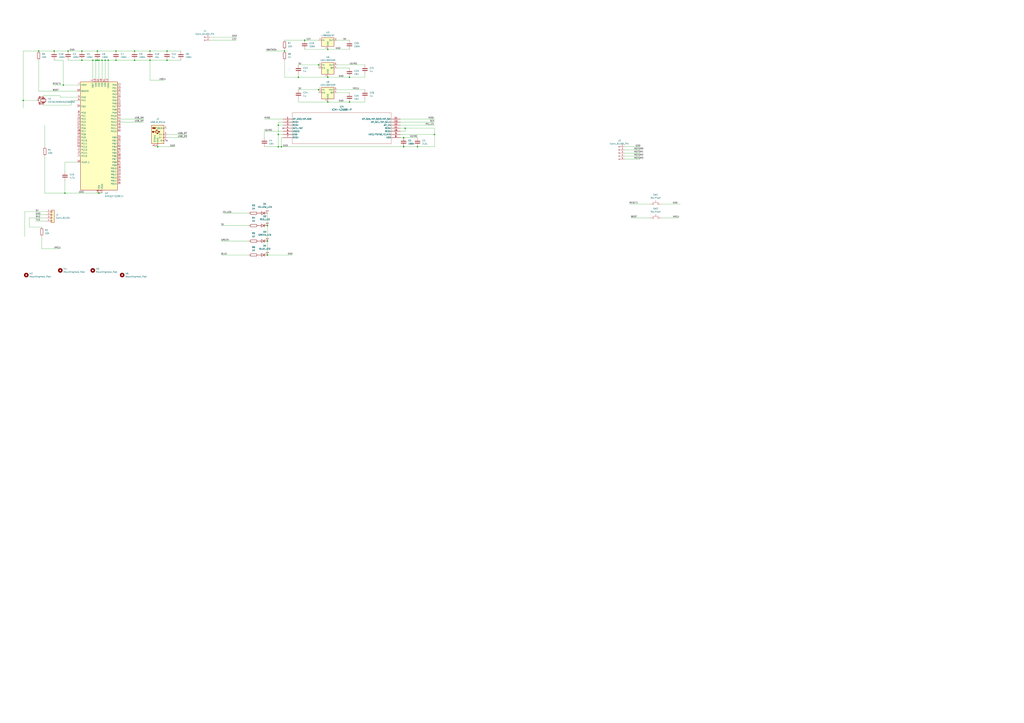
<source format=kicad_sch>
(kicad_sch (version 20231120) (generator "eeschema") (generator_version "8.0")
  (paper "A1")
  (lib_symbols
    (symbol "Conn_01x02_Pin_1" (pin_names (offset 1.016) hide)
      (property "Reference" "J4" (at 0.635 5.08 0))
      (property "Value" "Conn_01x02_Pin" (at 0.635 2.54 0))
      (symbol "Conn_01x02_Pin_1_1_1"
        (polyline (pts (xy 1.27 -2.54) (xy 0.8636 -2.54)) (stroke (width 0.1524)))
        (polyline (pts (xy 1.27 0) (xy 0.8636 0)) (stroke (width 0.1524)))
        (rectangle (start 0.8636 -2.413) (end 0 -2.667) (stroke (width 0.1524)) (fill (type outline)))
        (rectangle (start 0.8636 0.127) (end 0 -0.127) (stroke (width 0.1524)) (fill (type outline)))
        (pin power_out line (at 5.08 0 180) (length 3.81) (name "Pin_1") (number "1"))
        (pin power_out line (at 5.08 -2.54 180) (length 3.81) (name "Pin_2") (number "2"))
      )
    )
    (symbol "Connector:Conn_01x05_Pin" (pin_names (offset 1.016) hide)
      (property "Reference" "J" (at 0 7.62 0))
      (property "Value" "Conn_01x05_Pin" (at 0 -7.62 0))
      (symbol "Conn_01x05_Pin_1_1"
        (polyline (pts (xy 1.27 -5.08) (xy 0.8636 -5.08)) (stroke (width 0.1524)))
        (polyline (pts (xy 1.27 -2.54) (xy 0.8636 -2.54)) (stroke (width 0.1524)))
        (polyline (pts (xy 1.27 0) (xy 0.8636 0)) (stroke (width 0.1524)))
        (polyline (pts (xy 1.27 2.54) (xy 0.8636 2.54)) (stroke (width 0.1524)))
        (polyline (pts (xy 1.27 5.08) (xy 0.8636 5.08)) (stroke (width 0.1524)))
        (rectangle (start 0.8636 -4.953) (end 0 -5.207) (stroke (width 0.1524)) (fill (type outline)))
        (rectangle (start 0.8636 -2.413) (end 0 -2.667) (stroke (width 0.1524)) (fill (type outline)))
        (rectangle (start 0.8636 0.127) (end 0 -0.127) (stroke (width 0.1524)) (fill (type outline)))
        (rectangle (start 0.8636 2.667) (end 0 2.413) (stroke (width 0.1524)) (fill (type outline)))
        (rectangle (start 0.8636 5.207) (end 0 4.953) (stroke (width 0.1524)) (fill (type outline)))
        (pin passive line (at 5.08 5.08 180) (length 3.81) (name "Pin_1") (number "1"))
        (pin passive line (at 5.08 2.54 180) (length 3.81) (name "Pin_2") (number "2"))
        (pin passive line (at 5.08 0 180) (length 3.81) (name "Pin_3") (number "3"))
        (pin passive line (at 5.08 -2.54 180) (length 3.81) (name "Pin_4") (number "4"))
        (pin passive line (at 5.08 -5.08 180) (length 3.81) (name "Pin_5") (number "5"))
      )
    )
    (symbol "Connector:USB_B_Micro" (pin_names (offset 1.016))
      (property "Reference" "J" (at -5.08 11.43 0))
      (property "Value" "USB_B_Micro" (at -5.08 8.89 0))
      (symbol "USB_B_Micro_0_1"
        (rectangle (start -5.08 -7.62) (end 5.08 7.62) (stroke (width 0.254)) (fill (type background)))
        (circle (center -3.81 2.159) (radius 0.635) (stroke (width 0.254)) (fill (type outline)))
        (circle (center -0.635 3.429) (radius 0.381) (stroke (width 0.254)) (fill (type outline)))
        (rectangle (start -0.127 -7.62) (end 0.127 -6.858))
        (polyline (pts (xy -1.905 2.159) (xy 0.635 2.159)) (stroke (width 0.254)))
        (polyline (pts (xy -3.175 2.159) (xy -2.54 2.159) (xy -1.27 3.429) (xy -0.635 3.429)) (stroke (width 0.254)))
        (polyline (pts (xy -2.54 2.159) (xy -1.905 2.159) (xy -1.27 0.889) (xy 0 0.889)) (stroke (width 0.254)))
        (polyline (pts (xy 0.635 2.794) (xy 0.635 1.524) (xy 1.905 2.159) (xy 0.635 2.794)) (stroke (width 0.254)) (fill (type outline)))
        (polyline (pts (xy -4.318 5.588) (xy -1.778 5.588) (xy -2.032 4.826) (xy -4.064 4.826) (xy -4.318 5.588)) (fill (type outline)))
        (polyline (pts (xy -4.699 5.842) (xy -4.699 5.588) (xy -4.445 4.826) (xy -4.445 4.572) (xy -1.651 4.572) (xy -1.651 4.826) (xy -1.397 5.588) (xy -1.397 5.842) (xy -4.699 5.842)))
        (rectangle (start 0.254 1.27) (end -0.508 0.508) (stroke (width 0.254)) (fill (type outline)))
        (rectangle (start 5.08 -5.207) (end 4.318 -4.953))
        (rectangle (start 5.08 -2.667) (end 4.318 -2.413))
        (rectangle (start 5.08 -0.127) (end 4.318 0.127))
        (rectangle (start 5.08 4.953) (end 4.318 5.207))
      )
      (symbol "USB_B_Micro_1_1"
        (pin power_out line (at 7.62 5.08 180) (length 2.54) (name "VBUS") (number "1"))
        (pin bidirectional line (at 7.62 -2.54 180) (length 2.54) (name "D-") (number "2"))
        (pin bidirectional line (at 7.62 0 180) (length 2.54) (name "D+") (number "3"))
        (pin passive line (at 7.62 -5.08 180) (length 2.54) (name "ID") (number "4"))
        (pin power_out line (at 0 -10.16 90) (length 2.54) (name "GND") (number "5"))
        (pin passive line (at -2.54 -10.16 90) (length 2.54) (name "Shield") (number "6"))
      )
    )
    (symbol "Connector_Generic:Conn_01x04" (pin_names (offset 1.016) hide)
      (property "Reference" "J" (at 0 5.08 0))
      (property "Value" "Conn_01x04" (at 0 -7.62 0))
      (symbol "Conn_01x04_1_1"
        (rectangle (start -1.27 -4.953) (end 0 -5.207) (stroke (width 0.1524)))
        (rectangle (start -1.27 -2.413) (end 0 -2.667) (stroke (width 0.1524)))
        (rectangle (start -1.27 0.127) (end 0 -0.127) (stroke (width 0.1524)))
        (rectangle (start -1.27 2.667) (end 0 2.413) (stroke (width 0.1524)))
        (rectangle (start -1.27 3.81) (end 1.27 -6.35) (stroke (width 0.254)) (fill (type background)))
        (pin passive line (at -5.08 2.54 0) (length 3.81) (name "Pin_1") (number "1"))
        (pin passive line (at -5.08 0 0) (length 3.81) (name "Pin_2") (number "2"))
        (pin passive line (at -5.08 -2.54 0) (length 3.81) (name "Pin_3") (number "3"))
        (pin passive line (at -5.08 -5.08 0) (length 3.81) (name "Pin_4") (number "4"))
      )
    )
    (symbol "Device:C" (pin_numbers hide) (pin_names (offset 0.254))
      (property "Reference" "C" (at 0.635 2.54 0))
      (property "Value" "C" (at 0.635 -2.54 0))
      (symbol "C_0_1"
        (polyline (pts (xy -2.032 -0.762) (xy 2.032 -0.762)) (stroke (width 0.508)))
        (polyline (pts (xy -2.032 0.762) (xy 2.032 0.762)) (stroke (width 0.508)))
      )
      (symbol "C_1_1"
        (pin passive line (at 0 3.81 270) (length 2.794) (name "~") (number "1"))
        (pin passive line (at 0 -3.81 90) (length 2.794) (name "~") (number "2"))
      )
    )
    (symbol "Device:LED" (pin_numbers hide) (pin_names (offset 1.016) hide)
      (property "Reference" "D" (at 0 2.54 0))
      (property "Value" "LED" (at 0 -2.54 0))
      (symbol "LED_0_1"
        (polyline (pts (xy -1.27 -1.27) (xy -1.27 1.27)) (stroke (width 0.254)))
        (polyline (pts (xy -1.27 0) (xy 1.27 0)))
        (polyline (pts (xy 1.27 -1.27) (xy 1.27 1.27) (xy -1.27 0) (xy 1.27 -1.27)) (stroke (width 0.254)))
        (polyline (pts (xy -3.048 -0.762) (xy -4.572 -2.286) (xy -3.81 -2.286) (xy -4.572 -2.286) (xy -4.572 -1.524)))
        (polyline (pts (xy -1.778 -0.762) (xy -3.302 -2.286) (xy -2.54 -2.286) (xy -3.302 -2.286) (xy -3.302 -1.524)))
      )
      (symbol "LED_1_1"
        (pin passive line (at -3.81 0 0) (length 2.54) (name "K") (number "1"))
        (pin passive line (at 3.81 0 180) (length 2.54) (name "A") (number "2"))
      )
    )
    (symbol "Device:R" (pin_numbers hide) (pin_names (offset 0))
      (property "Reference" "R" (at 2.032 0 90))
      (property "Value" "R" (at 0 0 90))
      (symbol "R_0_1"
        (rectangle (start -1.016 -2.54) (end 1.016 2.54) (stroke (width 0.254)))
      )
      (symbol "R_1_1"
        (pin passive line (at 0 3.81 270) (length 1.27) (name "~") (number "1"))
        (pin passive line (at 0 -3.81 90) (length 1.27) (name "~") (number "2"))
      )
    )
    (symbol "Device:Resonator" (pin_names (offset 1.016) hide)
      (property "Reference" "Y" (at 0 5.715 0))
      (property "Value" "Resonator" (at 0 3.81 0))
      (symbol "Resonator_0_1"
        (rectangle (start -3.429 -3.175) (end -1.397 -3.429) (fill (type outline)))
        (rectangle (start -3.429 -2.413) (end -1.397 -2.667) (fill (type outline)))
        (circle (center -2.413 0) (radius 0.254) (fill (type outline)))
        (rectangle (start -1.016 2.032) (end 1.016 -2.032) (stroke (width 0.3048)))
        (circle (center 0 -3.81) (radius 0.254) (fill (type outline)))
        (polyline (pts (xy -2.413 -2.413) (xy -2.413 0)))
        (polyline (pts (xy -1.905 0) (xy -3.175 0)))
        (polyline (pts (xy -1.778 -1.27) (xy -1.778 1.27)) (stroke (width 0.508)))
        (polyline (pts (xy 1.778 -1.27) (xy 1.778 1.27)) (stroke (width 0.508)))
        (polyline (pts (xy 1.905 0) (xy 2.54 0)))
        (polyline (pts (xy 2.413 0) (xy 2.413 -2.54)))
        (polyline (pts (xy 2.413 -3.302) (xy 2.413 -3.81) (xy -2.413 -3.81) (xy -2.413 -3.302)))
        (rectangle (start 1.397 -3.175) (end 3.429 -3.429) (fill (type outline)))
        (rectangle (start 1.397 -2.413) (end 3.429 -2.667) (fill (type outline)))
        (circle (center 2.413 0) (radius 0.254) (fill (type outline)))
      )
      (symbol "Resonator_1_1"
        (pin passive line (at -3.81 0 0) (length 1.27) (name "1") (number "1"))
        (pin passive line (at 0 -5.08 90) (length 1.27) (name "2") (number "2"))
        (pin passive line (at 3.81 0 180) (length 1.27) (name "3") (number "3"))
      )
    )
    (symbol "ICM42688P:ICM-42688-P" (pin_names (offset 0.254))
      (property "Reference" "U4" (at 48.26 10.16 0))
      (property "Value" "ICM-42688-P" (at 48.26 7.62 0))
      (symbol "ICM-42688-P_0_1"
        (polyline (pts (xy 7.62 -20.32) (xy 88.9 -20.32)) (stroke (width 0.127)))
        (polyline (pts (xy 7.62 5.08) (xy 7.62 -20.32)) (stroke (width 0.127)))
        (polyline (pts (xy 88.9 -20.32) (xy 88.9 5.08)) (stroke (width 0.127)))
        (polyline (pts (xy 88.9 5.08) (xy 7.62 5.08)) (stroke (width 0.127)))
        (pin bidirectional line (at 0 -7.62 0) (length 7.62) (name "INT1/INT") (number "4"))
        (pin power_in line (at 0 -10.16 0) (length 7.62) (name "VDDIO") (number "5"))
        (pin power_in line (at 96.52 -15.24 180) (length 7.62) (name "VDD") (number "8"))
        (pin bidirectional line (at 96.52 -12.7 180) (length 7.62) (name "INT2/FSYNC/CLKIN") (number "9"))
      )
      (symbol "ICM-42688-P_1_1"
        (pin output line (at 0 0 0) (length 7.62) (name "AP_SDO/AP_AD0") (number "1"))
        (pin power_in line (at 96.52 -10.16 180) (length 7.62) (name "RESV") (number "10"))
        (pin power_in line (at 96.52 -7.62 180) (length 7.62) (name "RESV") (number "11"))
        (pin input line (at 96.52 -5.08 180) (length 7.62) (name "AP_CS") (number "12"))
        (pin output line (at 96.52 -2.54 180) (length 7.62) (name "AP_SCL/AP_SCLK") (number "13"))
        (pin input line (at 96.52 0 180) (length 7.62) (name "AP_SDA/AP_SDIO/AP_SDI") (number "14"))
        (pin power_in line (at 0 -2.54 0) (length 7.62) (name "RESV") (number "2"))
        (pin power_in line (at 0 -5.08 0) (length 7.62) (name "RESV") (number "3"))
        (pin power_in line (at 0 -12.7 0) (length 7.62) (name "GND") (number "6"))
        (pin power_in line (at 0 -15.24 0) (length 7.62) (name "RESV") (number "7"))
      )
    )
    (symbol "MCU_ST_STM32F7:STM32F722RETx"
      (property "Reference" "U" (at -15.24 46.99 0))
      (property "Value" "STM32F722RETx" (at 10.16 46.99 0))
      (symbol "STM32F722RETx_0_1"
        (rectangle (start -15.24 -43.18) (end 15.24 45.72) (stroke (width 0.254)) (fill (type background)))
      )
      (symbol "STM32F722RETx_1_1"
        (pin power_in line (at -5.08 48.26 270) (length 2.54) (name "VBAT") (number "1"))
        (pin bidirectional line (at -17.78 15.24 0) (length 2.54) (name "PC2") (number "10"))
        (pin bidirectional line (at -17.78 12.7 0) (length 2.54) (name "PC3") (number "11"))
        (pin power_in line (at 2.54 -45.72 90) (length 2.54) (name "VSSA") (number "12"))
        (pin power_in line (at 7.62 48.26 270) (length 2.54) (name "VDDA") (number "13"))
        (pin bidirectional line (at 17.78 43.18 180) (length 2.54) (name "PA0") (number "14"))
        (pin bidirectional line (at 17.78 40.64 180) (length 2.54) (name "PA1") (number "15"))
        (pin bidirectional line (at 17.78 38.1 180) (length 2.54) (name "PA2") (number "16"))
        (pin bidirectional line (at 17.78 35.56 180) (length 2.54) (name "PA3") (number "17"))
        (pin power_in line (at 0 -45.72 90) (length 2.54) (name "VSS") (number "18"))
        (pin power_in line (at -2.54 48.26 270) (length 2.54) (name "VDD") (number "19"))
        (pin bidirectional line (at -17.78 -10.16 0) (length 2.54) (name "PC13") (number "2"))
        (pin bidirectional line (at 17.78 33.02 180) (length 2.54) (name "PA4") (number "20"))
        (pin bidirectional line (at 17.78 30.48 180) (length 2.54) (name "PA5") (number "21"))
        (pin bidirectional line (at 17.78 27.94 180) (length 2.54) (name "PA6") (number "22"))
        (pin bidirectional line (at 17.78 25.4 180) (length 2.54) (name "PA7") (number "23"))
        (pin bidirectional line (at -17.78 10.16 0) (length 2.54) (name "PC4") (number "24"))
        (pin bidirectional line (at 17.78 0 180) (length 2.54) (name "PB0") (number "25"))
        (pin bidirectional line (at 17.78 -2.54 180) (length 2.54) (name "PB1") (number "26"))
        (pin bidirectional line (at 17.78 -5.08 180) (length 2.54) (name "PB2") (number "27"))
        (pin bidirectional line (at 17.78 -25.4 180) (length 2.54) (name "PB10") (number "28"))
        (pin bidirectional line (at 17.78 -27.94 180) (length 2.54) (name "PB11") (number "29"))
        (pin bidirectional line (at -17.78 -12.7 0) (length 2.54) (name "PC14") (number "3"))
        (pin power_out line (at -17.78 -20.32 0) (length 2.54) (name "VCAP_1") (number "30"))
        (pin passive line (at 0 -45.72 90) (length 2.54) hide (name "VSS") (number "31"))
        (pin power_in line (at 0 48.26 270) (length 2.54) (name "VDD") (number "32"))
        (pin bidirectional line (at 17.78 -30.48 180) (length 2.54) (name "PB12") (number "33"))
        (pin bidirectional line (at 17.78 -33.02 180) (length 2.54) (name "PB13") (number "34"))
        (pin bidirectional line (at 17.78 -35.56 180) (length 2.54) (name "PB14") (number "35"))
        (pin bidirectional line (at 17.78 -38.1 180) (length 2.54) (name "PB15") (number "36"))
        (pin bidirectional line (at -17.78 7.62 0) (length 2.54) (name "PC6") (number "37"))
        (pin bidirectional line (at -17.78 5.08 0) (length 2.54) (name "PC7") (number "38"))
        (pin bidirectional line (at -17.78 2.54 0) (length 2.54) (name "PC8") (number "39"))
        (pin bidirectional line (at -17.78 -15.24 0) (length 2.54) (name "PC15") (number "4"))
        (pin bidirectional line (at -17.78 0 0) (length 2.54) (name "PC9") (number "40"))
        (pin bidirectional line (at 17.78 22.86 180) (length 2.54) (name "PA8") (number "41"))
        (pin bidirectional line (at 17.78 20.32 180) (length 2.54) (name "PA9") (number "42"))
        (pin bidirectional line (at 17.78 17.78 180) (length 2.54) (name "PA10") (number "43"))
        (pin bidirectional line (at 17.78 15.24 180) (length 2.54) (name "PA11") (number "44"))
        (pin bidirectional line (at 17.78 12.7 180) (length 2.54) (name "PA12") (number "45"))
        (pin bidirectional line (at 17.78 10.16 180) (length 2.54) (name "PA13") (number "46"))
        (pin passive line (at 0 -45.72 90) (length 2.54) hide (name "VSS") (number "47"))
        (pin power_in line (at 2.54 48.26 270) (length 2.54) (name "VDD") (number "48"))
        (pin bidirectional line (at 17.78 7.62 180) (length 2.54) (name "PA14") (number "49"))
        (pin bidirectional line (at -17.78 33.02 0) (length 2.54) (name "PH0") (number "5"))
        (pin bidirectional line (at 17.78 5.08 180) (length 2.54) (name "PA15") (number "50"))
        (pin bidirectional line (at -17.78 -2.54 0) (length 2.54) (name "PC10") (number "51"))
        (pin bidirectional line (at -17.78 -5.08 0) (length 2.54) (name "PC11") (number "52"))
        (pin bidirectional line (at -17.78 -7.62 0) (length 2.54) (name "PC12") (number "53"))
        (pin bidirectional line (at -17.78 25.4 0) (length 2.54) (name "PD2") (number "54"))
        (pin bidirectional line (at 17.78 -7.62 180) (length 2.54) (name "PB3") (number "55"))
        (pin bidirectional line (at 17.78 -10.16 180) (length 2.54) (name "PB4") (number "56"))
        (pin bidirectional line (at 17.78 -12.7 180) (length 2.54) (name "PB5") (number "57"))
        (pin bidirectional line (at 17.78 -15.24 180) (length 2.54) (name "PB6") (number "58"))
        (pin bidirectional line (at 17.78 -17.78 180) (length 2.54) (name "PB7") (number "59"))
        (pin bidirectional line (at -17.78 30.48 0) (length 2.54) (name "PH1") (number "6"))
        (pin input line (at -17.78 38.1 0) (length 2.54) (name "BOOT0") (number "60"))
        (pin bidirectional line (at 17.78 -20.32 180) (length 2.54) (name "PB8") (number "61"))
        (pin bidirectional line (at 17.78 -22.86 180) (length 2.54) (name "PB9") (number "62"))
        (pin passive line (at 0 -45.72 90) (length 2.54) hide (name "VSS") (number "63"))
        (pin power_in line (at 5.08 48.26 270) (length 2.54) (name "VDD") (number "64"))
        (pin input line (at -17.78 43.18 0) (length 2.54) (name "NRST") (number "7"))
        (pin bidirectional line (at -17.78 20.32 0) (length 2.54) (name "PC0") (number "8"))
        (pin bidirectional line (at -17.78 17.78 0) (length 2.54) (name "PC1") (number "9"))
      )
    )
    (symbol "Mechanical:MountingHole" (pin_names (offset 1.016)) (exclude_from_sim yes) (in_bom no)
      (property "Reference" "H" (at 0 5.08 0))
      (property "Value" "MountingHole" (at 0 3.175 0))
      (symbol "MountingHole_0_1"
        (circle (center 0 0) (radius 1.27) (stroke (width 1.27)))
      )
    )
    (symbol "Regulator_Linear:L7805" (pin_names (offset 0.254))
      (property "Reference" "U" (at -3.81 3.175 0))
      (property "Value" "L7805" (at 0 3.175 0))
      (symbol "L7805_0_1"
        (rectangle (start -5.08 1.905) (end 5.08 -5.08) (stroke (width 0.254)) (fill (type background)))
      )
      (symbol "L7805_1_1"
        (pin power_in line (at -7.62 0 0) (length 2.54) (name "IN") (number "1"))
        (pin power_in line (at 0 -7.62 90) (length 2.54) (name "GND") (number "2"))
        (pin power_out line (at 7.62 0 180) (length 2.54) (name "OUT") (number "3"))
      )
    )
    (symbol "Regulator_Linear:LDK130-33_SOT23_SOT353" (pin_names (offset 0.254))
      (property "Reference" "U" (at -3.81 5.715 0))
      (property "Value" "LDK130-33_SOT23_SOT353" (at 0 5.715 0))
      (symbol "LDK130-33_SOT23_SOT353_0_1"
        (rectangle (start -5.08 4.445) (end 5.08 -5.08) (stroke (width 0.254)) (fill (type background)))
      )
      (symbol "LDK130-33_SOT23_SOT353_1_1"
        (pin power_in line (at -7.62 2.54 0) (length 2.54) (name "IN") (number "1"))
        (pin power_in line (at 0 -7.62 90) (length 2.54) (name "GND") (number "2"))
        (pin input line (at -7.62 0 0) (length 2.54) (name "EN") (number "3"))
        (pin passive line (at 7.62 0 180) (length 2.54) (name "BP") (number "4"))
        (pin power_out line (at 7.62 2.54 180) (length 2.54) (name "OUT") (number "5"))
      )
    )
    (symbol "Switch:SW_Push" (pin_numbers hide) (pin_names (offset 1.016) hide)
      (property "Reference" "SW" (at 1.27 2.54 0))
      (property "Value" "SW_Push" (at 0 -1.524 0))
      (symbol "SW_Push_0_1"
        (circle (center -2.032 0) (radius 0.508))
        (polyline (pts (xy 0 1.27) (xy 0 3.048)))
        (polyline (pts (xy 2.54 1.27) (xy -2.54 1.27)))
        (circle (center 2.032 0) (radius 0.508))
        (pin passive line (at -5.08 0 0) (length 2.54) (name "1") (number "1"))
        (pin passive line (at 5.08 0 180) (length 2.54) (name "2") (number "2"))
      )
    )
  )
  (junction (at 228.6 120.65))
  (junction (at 332.74 105.41))
  (junction (at 110.49 49.53))
  (junction (at 19.05 82.55))
  (junction (at 245.11 63.5))
  (junction (at 137.16 41.91))
  (junction (at 67.31 49.53))
  (junction (at 228.6 102.87))
  (junction (at 261.62 73.66))
  (junction (at 95.25 41.91))
  (junction (at 287.02 83.82))
  (junction (at 219.71 198.12))
  (junction (at 123.19 49.53))
  (junction (at 55.88 41.91))
  (junction (at 342.9 120.65))
  (junction (at 67.31 41.91))
  (junction (at 78.74 49.53))
  (junction (at 95.25 49.53))
  (junction (at 80.01 41.91))
  (junction (at 250.19 33.02))
  (junction (at 123.19 41.91))
  (junction (at 356.87 110.49))
  (junction (at 228.6 110.49))
  (junction (at 31.75 41.91))
  (junction (at 81.28 158.75))
  (junction (at 269.24 40.64))
  (junction (at 53.34 158.75))
  (junction (at 219.71 209.55))
  (junction (at 269.24 63.5))
  (junction (at 331.47 113.03))
  (junction (at 110.49 41.91))
  (junction (at 83.82 49.53))
  (junction (at 52.07 69.85))
  (junction (at 231.14 120.65))
  (junction (at 88.9 49.53))
  (junction (at 287.02 63.5))
  (junction (at 129.54 120.65))
  (junction (at 233.68 41.91))
  (junction (at 137.16 49.53))
  (junction (at 331.47 120.65))
  (junction (at 86.36 49.53))
  (junction (at 81.28 49.53))
  (junction (at 261.62 53.34))
  (junction (at 80.01 49.53))
  (junction (at 76.2 49.53))
  (junction (at 219.71 185.42))
  (junction (at 44.45 41.91))
  (junction (at 269.24 83.82))
  (no_connect (at 232.41 105.41))
  (no_connect (at 137.16 115.57))
  (wire (pts (xy 219.71 198.12) (xy 219.71 209.55)))
  (wire (pts (xy 228.6 102.87) (xy 232.41 102.87)))
  (wire (pts (xy 24.13 186.69) (xy 24.13 179.07)))
  (wire (pts (xy 31.75 74.93) (xy 31.75 49.53)))
  (wire (pts (xy 217.17 107.95) (xy 217.17 113.03)))
  (wire (pts (xy 35.56 86.36) (xy 58.42 86.36)))
  (wire (pts (xy 20.32 194.31) (xy 20.32 173.99)))
  (wire (pts (xy 228.6 110.49) (xy 228.6 120.65)))
  (wire (pts (xy 331.47 113.03) (xy 342.9 113.03)))
  (wire (pts (xy 356.87 110.49) (xy 356.87 120.65)))
  (wire (pts (xy 228.6 110.49) (xy 228.6 102.87)))
  (wire (pts (xy 123.19 49.53) (xy 137.16 49.53)))
  (wire (pts (xy 63.5 133.35) (xy 53.34 133.35)))
  (wire (pts (xy 55.88 49.53) (xy 67.31 49.53)))
  (wire (pts (xy 356.87 120.65) (xy 342.9 120.65)))
  (wire (pts (xy 78.74 49.53) (xy 80.01 49.53)))
  (wire (pts (xy 287.02 83.82) (xy 299.72 83.82)))
  (wire (pts (xy 276.86 73.66) (xy 299.72 73.66)))
  (wire (pts (xy 261.62 53.34) (xy 261.62 55.88)))
  (wire (pts (xy 513.08 130.81) (xy 525.78 130.81)))
  (wire (pts (xy 513.08 125.73) (xy 525.78 125.73)))
  (wire (pts (xy 44.45 41.91) (xy 55.88 41.91)))
  (wire (pts (xy 137.16 41.91) (xy 148.59 41.91)))
  (wire (pts (xy 67.31 49.53) (xy 76.2 49.53)))
  (wire (pts (xy 250.19 40.64) (xy 269.24 40.64)))
  (wire (pts (xy 181.61 185.42) (xy 204.47 185.42)))
  (wire (pts (xy 513.08 128.27) (xy 525.78 128.27)))
  (wire (pts (xy 232.41 110.49) (xy 228.6 110.49)))
  (wire (pts (xy 276.86 33.02) (xy 287.02 33.02)))
  (wire (pts (xy 95.25 41.91) (xy 110.49 41.91)))
  (wire (pts (xy 332.74 105.41) (xy 356.87 105.41)))
  (wire (pts (xy 110.49 41.91) (xy 123.19 41.91)))
  (wire (pts (xy 276.86 53.34) (xy 299.72 53.34)))
  (wire (pts (xy 19.05 41.91) (xy 31.75 41.91)))
  (wire (pts (xy 80.01 41.91) (xy 95.25 41.91)))
  (wire (pts (xy 233.68 49.53) (xy 233.68 63.5)))
  (wire (pts (xy 19.05 41.91) (xy 19.05 82.55)))
  (wire (pts (xy 232.41 100.33) (xy 228.6 100.33)))
  (wire (pts (xy 67.31 41.91) (xy 80.01 41.91)))
  (wire (pts (xy 34.29 186.69) (xy 24.13 186.69)))
  (wire (pts (xy 328.93 97.79) (xy 356.87 97.79)))
  (wire (pts (xy 137.16 113.03) (xy 153.67 113.03)))
  (wire (pts (xy 36.83 128.27) (xy 36.83 158.75)))
  (wire (pts (xy 49.53 78.74) (xy 49.53 80.01)))
  (wire (pts (xy 245.11 53.34) (xy 261.62 53.34)))
  (wire (pts (xy 328.93 102.87) (xy 356.87 102.87)))
  (wire (pts (xy 516.89 167.64) (xy 533.4 167.64)))
  (wire (pts (xy 172.72 33.02) (xy 194.31 33.02)))
  (wire (pts (xy 513.08 123.19) (xy 525.78 123.19)))
  (wire (pts (xy 43.18 69.85) (xy 52.07 69.85)))
  (wire (pts (xy 172.72 30.48) (xy 194.31 30.48)))
  (wire (pts (xy 328.93 100.33) (xy 356.87 100.33)))
  (wire (pts (xy 83.82 49.53) (xy 86.36 49.53)))
  (wire (pts (xy 55.88 41.91) (xy 67.31 41.91)))
  (wire (pts (xy 63.5 80.01) (xy 49.53 80.01)))
  (wire (pts (xy 29.21 176.53) (xy 38.1 176.53)))
  (wire (pts (xy 219.71 175.26) (xy 219.71 185.42)))
  (wire (pts (xy 49.53 78.74) (xy 35.56 78.74)))
  (wire (pts (xy 20.32 173.99) (xy 38.1 173.99)))
  (wire (pts (xy 245.11 63.5) (xy 269.24 63.5)))
  (wire (pts (xy 36.83 158.75) (xy 53.34 158.75)))
  (wire (pts (xy 233.68 33.02) (xy 250.19 33.02)))
  (wire (pts (xy 233.68 63.5) (xy 245.11 63.5)))
  (wire (pts (xy 31.75 41.91) (xy 44.45 41.91)))
  (wire (pts (xy 137.16 110.49) (xy 153.67 110.49)))
  (wire (pts (xy 299.72 63.5) (xy 299.72 60.96)))
  (wire (pts (xy 217.17 97.79) (xy 232.41 97.79)))
  (wire (pts (xy 76.2 49.53) (xy 76.2 64.77)))
  (wire (pts (xy 31.75 74.93) (xy 63.5 74.93)))
  (wire (pts (xy 250.19 33.02) (xy 261.62 33.02)))
  (wire (pts (xy 217.17 120.65) (xy 228.6 120.65)))
  (wire (pts (xy 88.9 49.53) (xy 95.25 49.53)))
  (wire (pts (xy 218.44 41.91) (xy 233.68 41.91)))
  (wire (pts (xy 123.19 41.91) (xy 137.16 41.91)))
  (wire (pts (xy 129.54 120.65) (xy 143.51 120.65)))
  (wire (pts (xy 543.56 167.64) (xy 558.8 167.64)))
  (wire (pts (xy 261.62 73.66) (xy 261.62 76.2)))
  (wire (pts (xy 231.14 113.03) (xy 231.14 120.65)))
  (wire (pts (xy 86.36 64.77) (xy 86.36 49.53)))
  (wire (pts (xy 34.29 194.31) (xy 34.29 204.47)))
  (wire (pts (xy 219.71 209.55) (xy 240.03 209.55)))
  (wire (pts (xy 86.36 49.53) (xy 88.9 49.53)))
  (wire (pts (xy 518.16 179.07) (xy 533.4 179.07)))
  (wire (pts (xy 245.11 83.82) (xy 269.24 83.82)))
  (wire (pts (xy 543.56 179.07) (xy 557.53 179.07)))
  (wire (pts (xy 328.93 110.49) (xy 356.87 110.49)))
  (wire (pts (xy 127 120.65) (xy 129.54 120.65)))
  (wire (pts (xy 328.93 107.95) (xy 332.74 107.95)))
  (wire (pts (xy 233.68 40.64) (xy 233.68 41.91)))
  (wire (pts (xy 81.28 158.75) (xy 83.82 158.75)))
  (wire (pts (xy 231.14 120.65) (xy 331.47 120.65)))
  (wire (pts (xy 228.6 100.33) (xy 228.6 102.87)))
  (wire (pts (xy 58.42 82.55) (xy 63.5 82.55)))
  (wire (pts (xy 232.41 107.95) (xy 217.17 107.95)))
  (wire (pts (xy 44.45 49.53) (xy 52.07 49.53)))
  (wire (pts (xy 245.11 73.66) (xy 261.62 73.66)))
  (wire (pts (xy 29.21 181.61) (xy 38.1 181.61)))
  (wire (pts (xy 88.9 49.53) (xy 88.9 64.77)))
  (wire (pts (xy 83.82 49.53) (xy 83.82 64.77)))
  (wire (pts (xy 78.74 49.53) (xy 78.74 64.77)))
  (wire (pts (xy 123.19 66.04) (xy 134.62 66.04)))
  (wire (pts (xy 19.05 82.55) (xy 30.48 82.55)))
  (wire (pts (xy 269.24 83.82) (xy 287.02 83.82)))
  (wire (pts (xy 110.49 49.53) (xy 123.19 49.53)))
  (wire (pts (xy 299.72 83.82) (xy 299.72 81.28)))
  (wire (pts (xy 181.61 198.12) (xy 204.47 198.12)))
  (wire (pts (xy 58.42 86.36) (xy 58.42 82.55)))
  (wire (pts (xy 276.86 55.88) (xy 287.02 55.88)))
  (wire (pts (xy 53.34 158.75) (xy 81.28 158.75)))
  (wire (pts (xy 24.13 179.07) (xy 38.1 179.07)))
  (wire (pts (xy 181.61 209.55) (xy 204.47 209.55)))
  (wire (pts (xy 269.24 40.64) (xy 287.02 40.64)))
  (wire (pts (xy 219.71 185.42) (xy 219.71 198.12)))
  (wire (pts (xy 80.01 49.53) (xy 81.28 49.53)))
  (wire (pts (xy 19.05 82.55) (xy 19.05 88.9)))
  (wire (pts (xy 232.41 113.03) (xy 231.14 113.03)))
  (wire (pts (xy 81.28 49.53) (xy 83.82 49.53)))
  (wire (pts (xy 269.24 63.5) (xy 287.02 63.5)))
  (wire (pts (xy 99.06 97.79) (xy 118.11 97.79)))
  (wire (pts (xy 332.74 107.95) (xy 332.74 105.41)))
  (wire (pts (xy 276.86 76.2) (xy 287.02 76.2)))
  (wire (pts (xy 95.25 49.53) (xy 110.49 49.53)))
  (wire (pts (xy 76.2 49.53) (xy 78.74 49.53)))
  (wire (pts (xy 99.06 100.33) (xy 118.11 100.33)))
  (wire (pts (xy 34.29 204.47) (xy 49.53 204.47)))
  (wire (pts (xy 328.93 105.41) (xy 332.74 105.41)))
  (wire (pts (xy 53.34 133.35) (xy 53.34 140.97)))
  (wire (pts (xy 137.16 49.53) (xy 148.59 49.53)))
  (wire (pts (xy 245.11 60.96) (xy 245.11 63.5)))
  (wire (pts (xy 52.07 49.53) (xy 52.07 69.85)))
  (wire (pts (xy 182.88 175.26) (xy 204.47 175.26)))
  (wire (pts (xy 331.47 120.65) (xy 342.9 120.65)))
  (wire (pts (xy 287.02 63.5) (xy 299.72 63.5)))
  (wire (pts (xy 123.19 49.53) (xy 123.19 66.04)))
  (wire (pts (xy 328.93 113.03) (xy 331.47 113.03)))
  (wire (pts (xy 356.87 105.41) (xy 356.87 110.49)))
  (wire (pts (xy 81.28 64.77) (xy 81.28 49.53)))
  (wire (pts (xy 513.08 120.65) (xy 525.78 120.65)))
  (wire (pts (xy 53.34 148.59) (xy 53.34 158.75)))
  (wire (pts (xy 36.83 120.65) (xy 36.83 102.87)))
  (wire (pts (xy 228.6 120.65) (xy 231.14 120.65)))
  (wire (pts (xy 245.11 81.28) (xy 245.11 83.82)))
  (wire (pts (xy 52.07 69.85) (xy 63.5 69.85)))
  (label "MOTOR1" (at 520.7 125.73 0))
  (label "TX3" (at 29.21 181.61 0))
  (label "GND" (at 232.41 120.65 0))
  (label "VBATMON" (at 218.44 41.91 0))
  (label "5V" (at 245.11 53.34 0))
  (label "BLUE" (at 181.61 209.55 0))
  (label "MOTOR0" (at 520.7 123.19 0))
  (label "GND" (at 139.7 120.65 0))
  (label "GND" (at 190.5 30.48 0))
  (label "BOOT" (at 43.18 74.93 0))
  (label "VGYRO" (at 336.55 113.03 0))
  (label "USB_DM" (at 146.05 113.03 0))
  (label "VGYRO" (at 217.17 107.95 0))
  (label "GND" (at 278.13 63.5 0))
  (label "VGYRO" (at 287.02 53.34 0))
  (label "VMCU" (at 289.56 73.66 0))
  (label "VMCU" (at 44.45 204.47 0))
  (label "RESET1" (at 516.89 167.64 0))
  (label "12V" (at 190.5 33.02 0))
  (label "RESET1" (at 43.18 69.85 0))
  (label "12V" (at 251.46 33.02 0))
  (label "VMCU" (at 552.45 179.07 0))
  (label "GREEN" (at 181.61 198.12 0))
  (label "BOOT" (at 518.16 179.07 0))
  (label "GND" (at 552.45 167.64 0))
  (label "MOTOR3" (at 520.7 130.81 0))
  (label "GND" (at 29.21 176.53 0))
  (label "USB_DM" (at 110.49 97.79 0))
  (label "YELLOW" (at 182.88 175.26 0))
  (label "MOTOR2" (at 520.7 128.27 0))
  (label "5V" (at 181.61 185.42 0))
  (label "USB_DP" (at 146.05 110.49 0))
  (label "GND" (at 236.22 209.55 0))
  (label "USB_DP" (at 110.49 100.33 0))
  (label "MISO" (at 217.17 97.79 0))
  (label "MOSI" (at 351.79 97.79 0))
  (label "5V" (at 281.94 33.02 0))
  (label "GND" (at 521.97 120.65 0))
  (label "GND" (at 64.77 158.75 0))
  (label "5V" (at 245.11 73.66 0))
  (label "SCK" (at 353.06 100.33 0))
  (label "GND" (at 278.13 83.82 0))
  (label "GND" (at 57.15 41.91 0))
  (label "VMCU" (at 130.81 66.04 0))
  (label "5V" (at 29.21 173.99 0))
  (label "IMU_CS" (at 349.25 102.87 0))
  (label "RX3" (at 29.21 179.07 0))
  (label "GND" (at 275.59 40.64 0))
  (symbol (lib_id "Mechanical:MountingHole") (at 49.53 222.25 0) (unit 1) (exclude_from_sim yes) (in_bom no)
    (property "Reference" "H4" (at 52.07 220.9799 0) (effects (justify left)))
    (property "Value" "MountingHole_Pad" (at 52.07 223.5199 0) (effects (justify left)))
    (property "Footprint" "MountingHole:MountingHole_4.3mm_M4_DIN965" (effects (hide yes)))
    (property "Description" "Mounting Hole without connection" (effects (hide yes)))
  )
  (symbol (lib_id "Device:LED") (at 215.9 175.26 180) (unit 1)
    (property "Reference" "D1" (at 217.4875 167.64 0))
    (property "Value" "YELLOW_LED" (at 217.4875 170.18 0))
    (property "Footprint" "LED_SMD:LED_0603_1608Metric" (effects (hide yes)))
  )
  (symbol (lib_id "Device:C") (at 331.47 116.84 180) (unit 1)
    (property "Reference" "C1" (at 335.28 115.5699 0) (effects (justify right)))
    (property "Value" "100n" (at 335.28 118.1099 0) (effects (justify right)))
    (property "Footprint" "Capacitor_SMD:C_0603_1608Metric" (effects (hide yes)))
  )
  (symbol (lib_id "Device:C") (at 245.11 57.15 0) (unit 1)
    (property "Reference" "C22" (at 248.92 55.8799 0) (effects (justify left)))
    (property "Value" "1u" (at 248.92 58.4199 0) (effects (justify left)))
    (property "Footprint" "Capacitor_SMD:C_0805_2012Metric" (effects (hide yes)))
  )
  (symbol (lib_id "Connector:Conn_01x05_Pin") (at 508 125.73 0) (unit 1)
    (property "Reference" "J3" (at 508.635 115.57 0))
    (property "Value" "Conn_01x05_Pin" (at 508.635 118.11 0))
    (property "Footprint" "Connector_PinHeader_1.27mm:PinHeader_1x05_P1.27mm_Vertical" (effects (hide yes)))
    (property "Description" "Generic connector, single row, 01x05, script generated" (effects (hide yes)))
  )
  (symbol (lib_id "Regulator_Linear:LDK130-33_SOT23_SOT353") (at 269.24 76.2 0) (unit 1)
    (property "Reference" "U6" (at 269.24 67.31 0))
    (property "Value" "LDK130M33R" (at 269.24 69.85 0))
    (property "Footprint" "Package_TO_SOT_SMD:SOT-23-5" (effects (hide yes)))
    (property "Datasheet" "http://www.st.com/content/ccc/resource/technical/document/datasheet/29/10/f7/87/2f/66/47/f4/DM00076097.pdf/files/DM00076097.pdf/jcr:content/translations/en.DM00076097.pdf" (effects (hide yes)))
    (property "Description" "300mA low dropout linear regulator, low quiescent current very, low noise, shutdown pin, 3.3V fixed positive output, SOT-23-5/SOT-353-5/SC-70-5" (effects (hide yes)))
  )
  (symbol (lib_id "Regulator_Linear:L7805") (at 269.24 33.02 0) (unit 1)
    (property "Reference" "U3" (at 269.24 26.67 0))
    (property "Value" "L78M05CDT" (at 269.24 29.21 0))
    (property "Footprint" "Package_TO_SOT_SMD:TO-252-2" (effects (hide yes)))
    (property "Datasheet" "http://www.st.com/content/ccc/resource/technical/document/datasheet/41/4f/b3/b0/12/d4/47/88/CD00000444.pdf/files/CD00000444.pdf/jcr:content/translations/en.CD00000444.pdf" (effects (hide yes)))
    (property "Description" "Positive 1.5A 35V Linear Regulator, Fixed Output 5V, TO-220/TO-263/TO-252" (effects (hide yes)))
  )
  (symbol (lib_id "Device:C") (at 287.02 59.69 180) (unit 1)
    (property "Reference" "C23" (at 290.83 58.4199 0) (effects (justify right)))
    (property "Value" "10n" (at 290.83 60.9599 0) (effects (justify right)))
    (property "Footprint" "Capacitor_SMD:C_0603_1608Metric" (effects (hide yes)))
  )
  (symbol (lib_id "Device:LED") (at 215.9 185.42 180) (unit 1)
    (property "Reference" "D2" (at 217.4875 177.8 0))
    (property "Value" "RED_LED" (at 217.4875 180.34 0))
    (property "Footprint" "LED_SMD:LED_0603_1608Metric" (effects (hide yes)))
  )
  (symbol (lib_id "Device:C") (at 67.31 45.72 180) (unit 1)
    (property "Reference" "C5" (at 71.12 44.4499 0) (effects (justify right)))
    (property "Value" "100n" (at 71.12 46.9899 0) (effects (justify right)))
    (property "Footprint" "Capacitor_SMD:C_0402_1005Metric" (effects (hide yes)))
  )
  (symbol (lib_id "Switch:SW_Push") (at 538.48 179.07 0) (unit 1)
    (property "Reference" "SW2" (at 538.48 171.45 0))
    (property "Value" "SW_Push" (at 538.48 173.99 0))
    (property "Footprint" "Button_Switch_THT:SW_PUSH_1P1T_6x3.5mm_H4.3_APEM_MJTP1243" (effects (hide yes)))
    (property "Description" "Push button switch, generic, two pins" (effects (hide yes)))
  )
  (symbol (lib_id "Device:R") (at 36.83 124.46 0) (unit 1)
    (property "Reference" "R1" (at 39.37 123.19 0) (effects (justify left)))
    (property "Value" "10K" (at 39.37 125.73 0) (effects (justify left)))
    (property "Footprint" "Resistor_SMD:R_0402_1005Metric" (effects (hide yes)))
  )
  (symbol (lib_id "Device:R") (at 208.28 175.26 90) (unit 1)
    (property "Reference" "R3" (at 208.28 168.91 90))
    (property "Value" "1K" (at 208.28 171.45 90))
    (property "Footprint" "Resistor_SMD:R_0402_1005Metric" (effects (hide yes)))
  )
  (symbol (lib_id "Device:R") (at 233.68 45.72 180) (unit 1)
    (property "Reference" "R8" (at 236.22 44.4499 0) (effects (justify right)))
    (property "Value" "1K" (at 236.22 46.9899 0) (effects (justify right)))
    (property "Footprint" "Resistor_SMD:R_0603_1608Metric" (effects (hide yes)))
  )
  (symbol (lib_id "Device:C") (at 123.19 45.72 0) (unit 1)
    (property "Reference" "C10" (at 127 44.4499 0) (effects (justify left)))
    (property "Value" "10u" (at 127 46.9899 0) (effects (justify left)))
    (property "Footprint" "Capacitor_SMD:C_1206_3216Metric" (effects (hide yes)))
  )
  (symbol (lib_id "Device:C") (at 137.16 45.72 0) (unit 1)
    (property "Reference" "C11" (at 140.97 44.4499 0) (effects (justify left)))
    (property "Value" "1u" (at 140.97 46.9899 0) (effects (justify left)))
    (property "Footprint" "Capacitor_SMD:C_0805_2012Metric" (effects (hide yes)))
  )
  (symbol (lib_id "Device:C") (at 110.49 45.72 180) (unit 1)
    (property "Reference" "C9" (at 114.3 44.4499 0) (effects (justify right)))
    (property "Value" "100n" (at 114.3 46.9899 0) (effects (justify right)))
    (property "Footprint" "Capacitor_SMD:C_0402_1005Metric" (effects (hide yes)))
  )
  (symbol (lib_id "Device:C") (at 299.72 77.47 0) (unit 1)
    (property "Reference" "C26" (at 303.53 76.1999 0) (effects (justify left)))
    (property "Value" "1u" (at 303.53 78.7399 0) (effects (justify left)))
    (property "Footprint" "Capacitor_SMD:C_0805_2012Metric" (effects (hide yes)))
  )
  (symbol (lib_id "Device:C") (at 80.01 45.72 180) (unit 1)
    (property "Reference" "C6" (at 83.82 44.4499 0) (effects (justify right)))
    (property "Value" "100n" (at 83.82 46.9899 0) (effects (justify right)))
    (property "Footprint" "Capacitor_SMD:C_0402_1005Metric" (effects (hide yes)))
  )
  (symbol (lib_id "Device:C") (at 287.02 36.83 180) (unit 1)
    (property "Reference" "C20" (at 290.83 35.5599 0) (effects (justify right)))
    (property "Value" "100n" (at 290.83 38.0999 0) (effects (justify right)))
    (property "Footprint" "Capacitor_SMD:C_0603_1608Metric" (effects (hide yes)))
  )
  (symbol (lib_id "Device:Resonator") (at 35.56 82.55 270) (unit 1)
    (property "Reference" "Y2" (at 39.37 81.2799 90) (effects (justify left)))
    (property "Value" "CSTNE20M0V53Z000R0" (at 39.37 83.8199 90) (effects (justify left)))
    (property "Footprint" "Crystal:Resonator_SMD_Murata_CSTxExxV-3Pin_3.0x1.1mm" (effects (hide yes)))
    (property "Description" "Three pin ceramic resonator" (effects (hide yes)))
  )
  (symbol (lib_id "Device:R") (at 233.68 36.83 0) (unit 1)
    (property "Reference" "R7" (at 236.22 35.56 0) (effects (justify left)))
    (property "Value" "10K" (at 236.22 38.1 0) (effects (justify left)))
    (property "Footprint" "Resistor_SMD:R_0603_1608Metric" (effects (hide yes)))
  )
  (symbol (lib_id "Device:LED") (at 215.9 198.12 180) (unit 1)
    (property "Reference" "D3" (at 217.4875 190.5 0))
    (property "Value" "GREEN_LED" (at 217.4875 193.04 0))
    (property "Footprint" "LED_SMD:LED_0603_1608Metric" (effects (hide yes)))
  )
  (symbol (lib_id "MCU_ST_STM32F7:STM32F722RETx") (at 81.28 113.03 0) (unit 1)
    (property "Reference" "U2" (at 86.0141 158.75 0) (effects (justify left)))
    (property "Value" "STM32F722RETx" (at 86.0141 161.29 0) (effects (justify left)))
    (property "Footprint" "Package_QFP:LQFP-64_10x10mm_P0.5mm" (effects (hide yes)))
    (property "Datasheet" "https://www.st.com/resource/en/datasheet/stm32f722re.pdf" (effects (hide yes)))
    (property "Description" "STMicroelectronics Arm Cortex-M7 MCU, 512KB flash, 256KB RAM, 216 MHz, 1.7-3.6V, 50 GPIO, LQFP64" (effects (hide yes)))
  )
  (symbol (lib_id "Device:C") (at 53.34 144.78 0) (unit 1)
    (property "Reference" "C15" (at 57.15 143.5099 0) (effects (justify left)))
    (property "Value" "4.7u" (at 57.15 146.0499 0) (effects (justify left)))
    (property "Footprint" "Capacitor_SMD:C_1206_3216Metric" (effects (hide yes)))
  )
  (symbol (lib_id "Mechanical:MountingHole") (at 76.2 222.25 0) (unit 1) (exclude_from_sim yes) (in_bom no)
    (property "Reference" "H5" (at 78.74 220.9799 0) (effects (justify left)))
    (property "Value" "MountingHole_Pad" (at 78.74 223.5199 0) (effects (justify left)))
    (property "Footprint" "MountingHole:MountingHole_4.3mm_M4_DIN965" (effects (hide yes)))
    (property "Description" "Mounting Hole without connection" (effects (hide yes)))
  )
  (symbol (lib_id "Device:R") (at 31.75 45.72 0) (unit 1)
    (property "Reference" "R9" (at 34.29 44.45 0) (effects (justify left)))
    (property "Value" "10K" (at 34.29 46.99 0) (effects (justify left)))
    (property "Footprint" "Resistor_SMD:R_0402_1005Metric" (effects (hide yes)))
  )
  (symbol (lib_id "Device:R") (at 208.28 209.55 90) (unit 1)
    (property "Reference" "R6" (at 208.28 203.2 90))
    (property "Value" "1K" (at 208.28 205.74 90))
    (property "Footprint" "Resistor_SMD:R_0402_1005Metric" (effects (hide yes)))
  )
  (symbol (lib_id "Device:C") (at 342.9 116.84 0) (unit 1)
    (property "Reference" "C2" (at 346.71 115.5699 0) (effects (justify left)))
    (property "Value" "2.2u" (at 346.71 118.1099 0) (effects (justify left)))
    (property "Footprint" "Capacitor_SMD:C_0805_2012Metric" (effects (hide yes)))
  )
  (symbol (lib_id "Regulator_Linear:LDK130-33_SOT23_SOT353") (at 269.24 55.88 0) (unit 1)
    (property "Reference" "U5" (at 269.24 46.99 0))
    (property "Value" "LDK130M33R" (at 269.24 49.53 0))
    (property "Footprint" "Package_TO_SOT_SMD:SOT-23-5" (effects (hide yes)))
    (property "Datasheet" "http://www.st.com/content/ccc/resource/technical/document/datasheet/29/10/f7/87/2f/66/47/f4/DM00076097.pdf/files/DM00076097.pdf/jcr:content/translations/en.DM00076097.pdf" (effects (hide yes)))
    (property "Description" "300mA low dropout linear regulator, low quiescent current very, low noise, shutdown pin, 3.3V fixed positive output, SOT-23-5/SOT-353-5/SC-70-5" (effects (hide yes)))
  )
  (symbol (lib_id "Connector_Generic:Conn_01x04") (at 43.18 176.53 0) (unit 1)
    (property "Reference" "J1" (at 45.72 176.53 0) (effects (justify left)))
    (property "Value" "Conn_01x04" (at 45.72 179.07 0) (effects (justify left)))
    (property "Footprint" "Connector_PinHeader_1.27mm:PinHeader_1x04_P1.27mm_Vertical" (effects (hide yes)))
  )
  (symbol (lib_id "Mechanical:MountingHole") (at 100.33 226.06 0) (unit 1) (exclude_from_sim yes) (in_bom no)
    (property "Reference" "H6" (at 102.87 224.7899 0) (effects (justify left)))
    (property "Value" "MountingHole_Pad" (at 102.87 227.3299 0) (effects (justify left)))
    (property "Footprint" "MountingHole:MountingHole_4.3mm_M4_DIN965" (effects (hide yes)))
    (property "Description" "Mounting Hole without connection" (effects (hide yes)))
  )
  (symbol (lib_id "Device:C") (at 44.45 45.72 180) (unit 1)
    (property "Reference" "C16" (at 48.26 44.4499 0) (effects (justify right)))
    (property "Value" "100n" (at 48.26 46.9899 0) (effects (justify right)))
    (property "Footprint" "Capacitor_SMD:C_0402_1005Metric" (effects (hide yes)))
  )
  (symbol (lib_id "Device:C") (at 245.11 77.47 0) (unit 1)
    (property "Reference" "C24" (at 248.92 76.1999 0) (effects (justify left)))
    (property "Value" "1u" (at 248.92 78.7399 0) (effects (justify left)))
    (property "Footprint" "Capacitor_SMD:C_0805_2012Metric" (effects (hide yes)))
  )
  (symbol (lib_id "Switch:SW_Push") (at 538.48 167.64 0) (unit 1)
    (property "Reference" "SW1" (at 538.48 160.02 0))
    (property "Value" "SW_Push" (at 538.48 162.56 0))
    (property "Footprint" "Button_Switch_THT:SW_PUSH_1P1T_6x3.5mm_H4.3_APEM_MJTP1243" (effects (hide yes)))
    (property "Description" "Push button switch, generic, two pins" (effects (hide yes)))
  )
  (symbol (lib_id "Device:C") (at 55.88 45.72 180) (unit 1)
    (property "Reference" "C3" (at 59.69 44.4499 0) (effects (justify right)))
    (property "Value" "100n" (at 59.69 46.9899 0) (effects (justify right)))
    (property "Footprint" "Capacitor_SMD:C_0402_1005Metric" (effects (hide yes)))
  )
  (symbol (lib_id "Device:R") (at 34.29 190.5 0) (unit 1)
    (property "Reference" "R2" (at 36.83 189.23 0) (effects (justify left)))
    (property "Value" "10K" (at 36.83 191.77 0) (effects (justify left)))
    (property "Footprint" "Resistor_SMD:R_0402_1005Metric" (effects (hide yes)))
  )
  (symbol (lib_id "Device:C") (at 250.19 36.83 180) (unit 1)
    (property "Reference" "C19" (at 254 35.5599 0) (effects (justify right)))
    (property "Value" "330n" (at 254 38.0999 0) (effects (justify right)))
    (property "Footprint" "Capacitor_SMD:C_0805_2012Metric" (effects (hide yes)))
  )
  (symbol (lib_id "Device:C") (at 148.59 45.72 180) (unit 1)
    (property "Reference" "C8" (at 152.4 44.4499 0) (effects (justify right)))
    (property "Value" "100n" (at 152.4 46.9899 0) (effects (justify right)))
    (property "Footprint" "Capacitor_SMD:C_0402_1005Metric" (effects (hide yes)))
  )
  (symbol (lib_id "Device:C") (at 287.02 80.01 180) (unit 1)
    (property "Reference" "C25" (at 290.83 78.7399 0) (effects (justify right)))
    (property "Value" "10n" (at 290.83 81.2799 0) (effects (justify right)))
    (property "Footprint" "Capacitor_SMD:C_0603_1608Metric" (effects (hide yes)))
  )
  (symbol (lib_id "Device:R") (at 208.28 185.42 90) (unit 1)
    (property "Reference" "R4" (at 208.28 179.07 90))
    (property "Value" "1K" (at 208.28 181.61 90))
    (property "Footprint" "Resistor_SMD:R_0402_1005Metric" (effects (hide yes)))
  )
  (symbol (lib_id "Connector:USB_B_Micro") (at 129.54 110.49 0) (unit 1)
    (property "Reference" "J2" (at 129.54 97.79 0))
    (property "Value" "USB_B_Micro" (at 129.54 100.33 0))
    (property "Footprint" "Connector_USB:USB_Micro-B_Molex_47346-0001" (effects (hide yes)))
    (property "Description" "USB Micro Type B connector" (effects (hide yes)))
  )
  (symbol (lib_id "Mechanical:MountingHole") (at 21.59 226.06 0) (unit 1) (exclude_from_sim yes) (in_bom no)
    (property "Reference" "H2" (at 24.13 224.7899 0) (effects (justify left)))
    (property "Value" "MountingHole_Pad" (at 24.13 227.3299 0) (effects (justify left)))
    (property "Footprint" "MountingHole:MountingHole_4.3mm_M4_DIN965" (effects (hide yes)))
    (property "Description" "Mounting Hole without connection" (effects (hide yes)))
  )
  (symbol (lib_id "Device:C") (at 95.25 45.72 180) (unit 1)
    (property "Reference" "C7" (at 99.06 44.4499 0) (effects (justify right)))
    (property "Value" "100n" (at 99.06 46.9899 0) (effects (justify right)))
    (property "Footprint" "Capacitor_SMD:C_0402_1005Metric" (effects (hide yes)))
  )
  (symbol (lib_id "ICM42688P:ICM-42688-P") (at 232.41 97.79 0) (unit 1)
    (property "Reference" "U4" (at 280.67 87.63 0) (effects (font (size 1.524 1.524))))
    (property "Value" "ICM-42688-P" (at 280.67 90.17 0) (effects (font (size 1.524 1.524))))
    (property "Footprint" "footprints:LGA14_2P5X3X0P91_IVS-L" (effects (hide yes)))
    (property "Datasheet" "ICM-42688-P" (effects (hide yes)))
  )
  (symbol (lib_id "Device:C") (at 299.72 57.15 0) (unit 1)
    (property "Reference" "C21" (at 303.53 55.8799 0) (effects (justify left)))
    (property "Value" "1u" (at 303.53 58.4199 0) (effects (justify left)))
    (property "Footprint" "Capacitor_SMD:C_0805_2012Metric" (effects (hide yes)))
  )
  (symbol (lib_id "Device:R") (at 208.28 198.12 90) (unit 1)
    (property "Reference" "R5" (at 208.28 191.77 90))
    (property "Value" "1K" (at 208.28 194.31 90))
    (property "Footprint" "Resistor_SMD:R_0402_1005Metric" (effects (hide yes)))
  )
  (symbol (lib_id "Device:C") (at 217.17 116.84 180) (unit 1)
    (property "Reference" "C4" (at 220.98 115.5699 0) (effects (justify right)))
    (property "Value" "10n" (at 220.98 118.1099 0) (effects (justify right)))
    (property "Footprint" "Capacitor_SMD:C_0603_1608Metric" (effects (hide yes)))
  )
  (symbol (lib_id "Device:LED") (at 215.9 209.55 180) (unit 1)
    (property "Reference" "D4" (at 217.4875 201.93 0))
    (property "Value" "BLUE_LED" (at 217.4875 204.47 0))
    (property "Footprint" "LED_SMD:LED_0603_1608Metric" (effects (hide yes)))
  )
  (symbol (lib_name "Conn_01x02_Pin_1") (lib_id "Connector:Conn_01x02_Pin") (at 167.64 30.48 0) (unit 1)
    (property "Reference" "J4" (at 168.275 25.4 0))
    (property "Value" "Conn_01x02_Pin" (at 168.275 27.94 0))
    (property "Footprint" "Connector_JST:JST_XH_B2B-XH-A_1x02_P2.50mm_Vertical" (effects (hide yes)))
    (property "Description" "Generic connector, single row, 01x02, script generated" (effects (hide yes)))
  )
)
</source>
